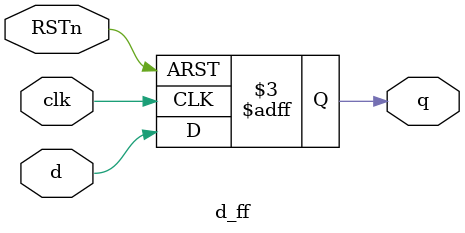
<source format=sv>
module d_ff
(
    input logic     d,
    input logic     RSTn,
    input logic     clk,
    output logic    q
);

//d flip flop with active low async reset
always_ff @(posedge clk or negedge RSTn)
begin
if(!RSTn)
begin
  q <= 1'b0;
end
else
begin
  q <= d;
end
end

endmodule

</source>
